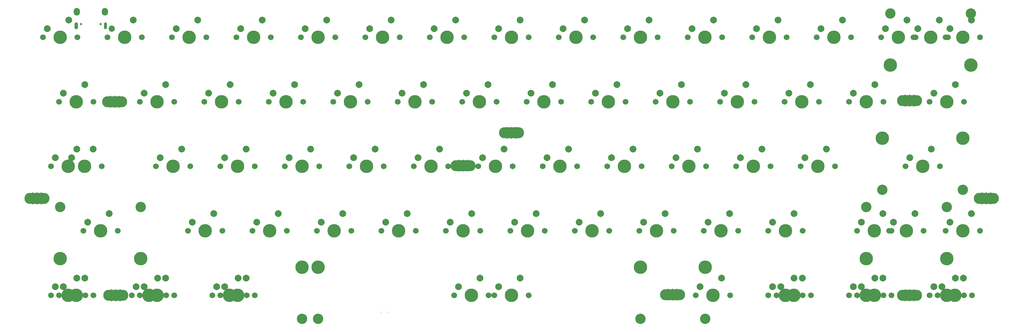
<source format=gbr>
G04 #@! TF.GenerationSoftware,KiCad,Pcbnew,(5.1.8)-1*
G04 #@! TF.CreationDate,2021-01-12T12:44:19+07:00*
G04 #@! TF.ProjectId,PCB-Common60,5043422d-436f-46d6-9d6f-6e36302e6b69,2*
G04 #@! TF.SameCoordinates,Original*
G04 #@! TF.FileFunction,Soldermask,Top*
G04 #@! TF.FilePolarity,Negative*
%FSLAX46Y46*%
G04 Gerber Fmt 4.6, Leading zero omitted, Abs format (unit mm)*
G04 Created by KiCad (PCBNEW (5.1.8)-1) date 2021-01-12 12:44:19*
%MOMM*%
%LPD*%
G01*
G04 APERTURE LIST*
%ADD10C,0.310000*%
%ADD11O,7.400000X3.300000*%
%ADD12C,0.400000*%
%ADD13C,3.987800*%
%ADD14C,3.048000*%
%ADD15C,2.000000*%
%ADD16C,1.701800*%
%ADD17C,1.850000*%
%ADD18O,1.800000X2.300000*%
%ADD19O,0.900000X2.000000*%
%ADD20O,1.000000X2.100000*%
%ADD21C,0.650000*%
G04 APERTURE END LIST*
D10*
X94852639Y-81166107D03*
X96714459Y-81163567D03*
D11*
X273593988Y-47599999D03*
D12*
X273593988Y-46012499D03*
X274863988Y-46012499D03*
X272323988Y-46012499D03*
X273593988Y-49187499D03*
X274863988Y-49187499D03*
X272323988Y-49187499D03*
D11*
X133299999Y-28225000D03*
D12*
X133299999Y-26637500D03*
X134569999Y-26637500D03*
X132029999Y-26637500D03*
X133299999Y-29812500D03*
X134569999Y-29812500D03*
X132029999Y-29812500D03*
D11*
X250900000Y-18702049D03*
D12*
X250900000Y-17114549D03*
X252170000Y-17114549D03*
X249630000Y-17114549D03*
X250900000Y-20289549D03*
X252170000Y-20289549D03*
X249630000Y-20289549D03*
D11*
X250905000Y-76200072D03*
D12*
X250905000Y-74612572D03*
X252175000Y-74612572D03*
X249635000Y-74612572D03*
X250905000Y-77787572D03*
X252175000Y-77787572D03*
X249635000Y-77787572D03*
D11*
X180925159Y-76000000D03*
D12*
X180925159Y-74412500D03*
X182195159Y-74412500D03*
X179655159Y-74412500D03*
X180925159Y-77587500D03*
X182195159Y-77587500D03*
X179655159Y-77587500D03*
D11*
X16400000Y-76200072D03*
D12*
X16400000Y-74612572D03*
X17670000Y-74612572D03*
X15130000Y-74612572D03*
X16400000Y-77787572D03*
X17670000Y-77787572D03*
X15130000Y-77787572D03*
D11*
X-6893748Y-47599999D03*
D12*
X-6893748Y-46012499D03*
X-5623748Y-46012499D03*
X-8163748Y-46012499D03*
X-6893748Y-49187499D03*
X-5623748Y-49187499D03*
X-8163748Y-49187499D03*
D11*
X119062120Y-37900039D03*
D12*
X119062120Y-36312539D03*
X120332120Y-36312539D03*
X117792120Y-36312539D03*
X119062120Y-39487539D03*
X120332120Y-39487539D03*
X117792120Y-39487539D03*
D11*
X16082010Y-19050024D03*
D12*
X16082010Y-17462524D03*
X17352010Y-17462524D03*
X14812010Y-17462524D03*
X16082010Y-20637524D03*
X17352010Y-20637524D03*
X14812010Y-20637524D03*
D13*
X245268750Y-8255000D03*
D14*
X245268750Y6985000D03*
D15*
X260508075Y-73660000D03*
X266858075Y-71120000D03*
D13*
X264318075Y-76200000D03*
D16*
X259238075Y-76200000D03*
X269398075Y-76200000D03*
D15*
X236696380Y-73660320D03*
X243046380Y-71120320D03*
D13*
X240506380Y-76200320D03*
D16*
X235426380Y-76200320D03*
X245586380Y-76200320D03*
D15*
X212883780Y-73660320D03*
X219233780Y-71120320D03*
D13*
X216693780Y-76200320D03*
D16*
X211613780Y-76200320D03*
X221773780Y-76200320D03*
D15*
X24764240Y-73660320D03*
X31114240Y-71120320D03*
D13*
X28574240Y-76200320D03*
D16*
X23494240Y-76200320D03*
X33654240Y-76200320D03*
D15*
X189071180Y-73660320D03*
X195421180Y-71120320D03*
D13*
X192881180Y-76200320D03*
D16*
X187801180Y-76200320D03*
X197961180Y-76200320D03*
D15*
X117633380Y-73660320D03*
X123983380Y-71120320D03*
D13*
X121443380Y-76200320D03*
D16*
X116363380Y-76200320D03*
X126523380Y-76200320D03*
D15*
X210502520Y-73660320D03*
X216852520Y-71120320D03*
D13*
X214312520Y-76200320D03*
D16*
X209232520Y-76200320D03*
X219392520Y-76200320D03*
D15*
X262890240Y-54610240D03*
X269240240Y-52070240D03*
D13*
X266700240Y-57150240D03*
D16*
X261620240Y-57150240D03*
X271780240Y-57150240D03*
D15*
X246221420Y-54610240D03*
X252571420Y-52070240D03*
D13*
X250031420Y-57150240D03*
D16*
X244951420Y-57150240D03*
X255111420Y-57150240D03*
D15*
X250983940Y-35560160D03*
X257333940Y-33020160D03*
D13*
X254793940Y-38100160D03*
D16*
X249713940Y-38100160D03*
X259873940Y-38100160D03*
D15*
X258127720Y-16510080D03*
X264477720Y-13970080D03*
D13*
X261937720Y-19050080D03*
D16*
X256857720Y-19050080D03*
X267017720Y-19050080D03*
D15*
X253366080Y2540000D03*
X259716080Y5080000D03*
D13*
X257176080Y0D03*
D16*
X252096080Y0D03*
X262256080Y0D03*
D15*
X48576840Y-73660320D03*
X54926840Y-71120320D03*
D13*
X52386840Y-76200320D03*
D16*
X47306840Y-76200320D03*
X57466840Y-76200320D03*
D15*
X234315120Y-16510080D03*
X240665120Y-13970080D03*
D13*
X238125120Y-19050080D03*
D16*
X233045120Y-19050080D03*
X243205120Y-19050080D03*
D15*
X224790960Y2540000D03*
X231140960Y5080000D03*
D13*
X228600960Y0D03*
D16*
X223520960Y0D03*
X233680960Y0D03*
D15*
X258127720Y-73660320D03*
X264477720Y-71120320D03*
D13*
X261937720Y-76200320D03*
D16*
X256857720Y-76200320D03*
X267017720Y-76200320D03*
D15*
X-1429620Y-73660320D03*
X4920380Y-71120320D03*
D13*
X2380380Y-76200320D03*
D16*
X-2699620Y-76200320D03*
X7460380Y-76200320D03*
D15*
X210502520Y-54610240D03*
X216852520Y-52070240D03*
D13*
X214312520Y-57150240D03*
D16*
X209232520Y-57150240D03*
X219392520Y-57150240D03*
D15*
X220027560Y-35560160D03*
X226377560Y-33020160D03*
D13*
X223837560Y-38100160D03*
D16*
X218757560Y-38100160D03*
X228917560Y-38100160D03*
D15*
X215265040Y-16510080D03*
X221615040Y-13970080D03*
D13*
X219075040Y-19050080D03*
D16*
X213995040Y-19050080D03*
X224155040Y-19050080D03*
D15*
X205740000Y2540000D03*
X212090000Y5080000D03*
D13*
X209550000Y0D03*
D16*
X204470000Y0D03*
X214630000Y0D03*
D15*
X234315120Y-73660320D03*
X240665120Y-71120320D03*
D13*
X238125120Y-76200320D03*
D16*
X233045120Y-76200320D03*
X243205120Y-76200320D03*
D15*
X191452440Y-54610240D03*
X197802440Y-52070240D03*
D13*
X195262440Y-57150240D03*
D16*
X190182440Y-57150240D03*
X200342440Y-57150240D03*
D15*
X200977480Y-35560160D03*
X207327480Y-33020160D03*
D13*
X204787480Y-38100160D03*
D16*
X199707480Y-38100160D03*
X209867480Y-38100160D03*
D15*
X196214960Y-16510080D03*
X202564960Y-13970080D03*
D13*
X200024960Y-19050080D03*
D16*
X194944960Y-19050080D03*
X205104960Y-19050080D03*
D15*
X186690800Y2540000D03*
X193040800Y5080000D03*
D13*
X190500800Y0D03*
D16*
X185420800Y0D03*
X195580800Y0D03*
D15*
X236696380Y-54610240D03*
X243046380Y-52070240D03*
D13*
X240506380Y-57150240D03*
D16*
X235426380Y-57150240D03*
X245586380Y-57150240D03*
D15*
X172402360Y-54610240D03*
X178752360Y-52070240D03*
D13*
X176212360Y-57150240D03*
D16*
X171132360Y-57150240D03*
X181292360Y-57150240D03*
D15*
X181927400Y-35560160D03*
X188277400Y-33020160D03*
D13*
X185737400Y-38100160D03*
D16*
X180657400Y-38100160D03*
X190817400Y-38100160D03*
D15*
X177164880Y-16510080D03*
X183514880Y-13970080D03*
D13*
X180974880Y-19050080D03*
D16*
X175894880Y-19050080D03*
X186054880Y-19050080D03*
D15*
X167640720Y2540000D03*
X173990720Y5080000D03*
D13*
X171450720Y0D03*
D16*
X166370720Y0D03*
X176530720Y0D03*
D15*
X243841040Y2540000D03*
X250191040Y5080000D03*
D13*
X247651040Y0D03*
D16*
X242571040Y0D03*
X252731040Y0D03*
D15*
X262890000Y2540000D03*
X269240000Y5080000D03*
D13*
X266700000Y0D03*
D16*
X261620000Y0D03*
X271780000Y0D03*
D15*
X153352280Y-54610240D03*
X159702280Y-52070240D03*
D13*
X157162280Y-57150240D03*
D16*
X152082280Y-57150240D03*
X162242280Y-57150240D03*
D15*
X162877320Y-35560160D03*
X169227320Y-33020160D03*
D13*
X166687320Y-38100160D03*
D16*
X161607320Y-38100160D03*
X171767320Y-38100160D03*
D15*
X158114800Y-16510080D03*
X164464800Y-13970080D03*
D13*
X161924800Y-19050080D03*
D16*
X156844800Y-19050080D03*
X167004800Y-19050080D03*
D15*
X148590640Y2540000D03*
X154940640Y5080000D03*
D13*
X152400640Y0D03*
D16*
X147320640Y0D03*
X157480640Y0D03*
D15*
X134302200Y-54610240D03*
X140652200Y-52070240D03*
D13*
X138112200Y-57150240D03*
D16*
X133032200Y-57150240D03*
X143192200Y-57150240D03*
D15*
X143827240Y-35560160D03*
X150177240Y-33020160D03*
D13*
X147637240Y-38100160D03*
D16*
X142557240Y-38100160D03*
X152717240Y-38100160D03*
D15*
X139064720Y-16510080D03*
X145414720Y-13970080D03*
D13*
X142874720Y-19050080D03*
D16*
X137794720Y-19050080D03*
X147954720Y-19050080D03*
D15*
X129540560Y2540000D03*
X135890560Y5080000D03*
D13*
X133350560Y0D03*
D16*
X128270560Y0D03*
X138430560Y0D03*
D15*
X129539680Y-73660320D03*
X135889680Y-71120320D03*
D13*
X133349680Y-76200320D03*
D16*
X128269680Y-76200320D03*
X138429680Y-76200320D03*
D15*
X115252120Y-54610240D03*
X121602120Y-52070240D03*
D13*
X119062120Y-57150240D03*
D16*
X113982120Y-57150240D03*
X124142120Y-57150240D03*
D15*
X124777160Y-35560160D03*
X131127160Y-33020160D03*
D13*
X128587160Y-38100160D03*
D16*
X123507160Y-38100160D03*
X133667160Y-38100160D03*
D15*
X120014640Y-16510080D03*
X126364640Y-13970080D03*
D13*
X123824640Y-19050080D03*
D16*
X118744640Y-19050080D03*
X128904640Y-19050080D03*
D15*
X110490480Y2540000D03*
X116840480Y5080000D03*
D13*
X114300480Y0D03*
D16*
X109220480Y0D03*
X119380480Y0D03*
D15*
X96202040Y-54610240D03*
X102552040Y-52070240D03*
D13*
X100012040Y-57150240D03*
D16*
X94932040Y-57150240D03*
X105092040Y-57150240D03*
D15*
X105727080Y-35560160D03*
X112077080Y-33020160D03*
D13*
X109537080Y-38100160D03*
D16*
X104457080Y-38100160D03*
X114617080Y-38100160D03*
D15*
X100964560Y-16510080D03*
X107314560Y-13970080D03*
D13*
X104774560Y-19050080D03*
D16*
X99694560Y-19050080D03*
X109854560Y-19050080D03*
D15*
X91440400Y2540000D03*
X97790400Y5080000D03*
D13*
X95250400Y0D03*
D16*
X90170400Y0D03*
X100330400Y0D03*
D15*
X77151960Y-54610240D03*
X83501960Y-52070240D03*
D13*
X80961960Y-57150240D03*
D16*
X75881960Y-57150240D03*
X86041960Y-57150240D03*
D15*
X86677000Y-35560160D03*
X93027000Y-33020160D03*
D13*
X90487000Y-38100160D03*
D16*
X85407000Y-38100160D03*
X95567000Y-38100160D03*
D15*
X81914480Y-16510080D03*
X88264480Y-13970080D03*
D13*
X85724480Y-19050080D03*
D16*
X80644480Y-19050080D03*
X90804480Y-19050080D03*
D15*
X72390320Y2540000D03*
X78740320Y5080000D03*
D13*
X76200320Y0D03*
D16*
X71120320Y0D03*
X81280320Y0D03*
D15*
X58101880Y-54610240D03*
X64451880Y-52070240D03*
D13*
X61911880Y-57150240D03*
D16*
X56831880Y-57150240D03*
X66991880Y-57150240D03*
D15*
X67626920Y-35560160D03*
X73976920Y-33020160D03*
D13*
X71436920Y-38100160D03*
D16*
X66356920Y-38100160D03*
X76516920Y-38100160D03*
D15*
X62864400Y-16510080D03*
X69214400Y-13970080D03*
D13*
X66674400Y-19050080D03*
D16*
X61594400Y-19050080D03*
X71754400Y-19050080D03*
D15*
X53340240Y2540000D03*
X59690240Y5080000D03*
D13*
X57150240Y0D03*
D16*
X52070240Y0D03*
X62230240Y0D03*
D15*
X46195580Y-73660320D03*
X52545580Y-71120320D03*
D13*
X50005580Y-76200320D03*
D16*
X44925580Y-76200320D03*
X55085580Y-76200320D03*
D15*
X39051800Y-54610240D03*
X45401800Y-52070240D03*
D13*
X42861800Y-57150240D03*
D16*
X37781800Y-57150240D03*
X47941800Y-57150240D03*
D15*
X48576840Y-35560160D03*
X54926840Y-33020160D03*
D13*
X52386840Y-38100160D03*
D16*
X47306840Y-38100160D03*
X57466840Y-38100160D03*
D15*
X43814320Y-16510080D03*
X50164320Y-13970080D03*
D13*
X47624320Y-19050080D03*
D16*
X42544320Y-19050080D03*
X52704320Y-19050080D03*
D15*
X34290160Y2540000D03*
X40640160Y5080000D03*
D13*
X38100160Y0D03*
D16*
X33020160Y0D03*
X43180160Y0D03*
D15*
X22382980Y-73660320D03*
X28732980Y-71120320D03*
D13*
X26192980Y-76200320D03*
D16*
X21112980Y-76200320D03*
X31272980Y-76200320D03*
D15*
X29526760Y-35560160D03*
X35876760Y-33020160D03*
D13*
X33336760Y-38100160D03*
D16*
X28256760Y-38100160D03*
X38416760Y-38100160D03*
D15*
X24764240Y-16510080D03*
X31114240Y-13970080D03*
D13*
X28574240Y-19050080D03*
D16*
X23494240Y-19050080D03*
X33654240Y-19050080D03*
D17*
X15240080Y2540000D03*
D15*
X21590080Y5080000D03*
D13*
X19050080Y0D03*
D16*
X13970080Y0D03*
X24130080Y0D03*
D15*
X951640Y-73660320D03*
X7301640Y-71120320D03*
D13*
X4761640Y-76200320D03*
D16*
X-318360Y-76200320D03*
X9841640Y-76200320D03*
D15*
X8095420Y-54610240D03*
X14445420Y-52070240D03*
D13*
X11905420Y-57150240D03*
D16*
X6825420Y-57150240D03*
X16985420Y-57150240D03*
D15*
X3332900Y-35560160D03*
X9682900Y-33020160D03*
D13*
X7142900Y-38100160D03*
D16*
X2062900Y-38100160D03*
X12222900Y-38100160D03*
D15*
X-1429620Y-35560160D03*
X4920380Y-33020160D03*
D13*
X2380380Y-38100160D03*
D16*
X-2699620Y-38100160D03*
X7460380Y-38100160D03*
D15*
X952500Y-16510000D03*
X7302500Y-13970000D03*
D13*
X4762500Y-19050000D03*
D16*
X-317500Y-19050000D03*
X9842500Y-19050000D03*
D15*
X-3810000Y2540000D03*
X2540000Y5080000D03*
D13*
X0Y0D03*
D16*
X-5080000Y0D03*
X5080000Y0D03*
D18*
X13207320Y7549840D03*
X4867320Y7549840D03*
D19*
X13357320Y3369840D03*
D20*
X4717320Y3369840D03*
D21*
X6147320Y3899840D03*
X11927320Y3899840D03*
D13*
X269081250Y-8255000D03*
D14*
X269081250Y6985000D03*
D13*
X242887420Y-29845000D03*
D14*
X242887420Y-45085000D03*
D13*
X190536849Y-67944299D03*
D14*
X190536849Y-83184299D03*
D13*
X171405300Y-67944399D03*
D14*
X171405300Y-83184399D03*
D13*
X261937500Y-65405000D03*
D14*
X261937500Y-50165000D03*
D13*
X71436920Y-67945320D03*
D14*
X71436920Y-83185320D03*
D13*
X76199440Y-67945320D03*
D14*
X76199440Y-83185320D03*
D13*
X238125000Y-65405000D03*
D14*
X238125000Y-50165000D03*
D13*
X23811720Y-65405240D03*
D14*
X23811720Y-50165240D03*
D13*
X-880Y-65405240D03*
D14*
X-880Y-50165240D03*
D13*
X266700000Y-29845000D03*
D14*
X266700000Y-45085000D03*
M02*

</source>
